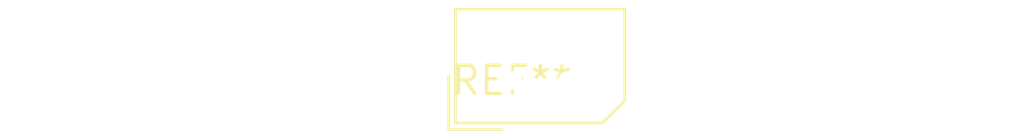
<source format=kicad_pcb>
(kicad_pcb (version 20240108) (generator pcbnew)
  (layers (0 "F.Cu" signal) (31 "B.Cu" signal) (34 "B.Paste" user) (35 "F.Paste" user) (36 "B.SilkS" user "B.Silkscreen") (37 "F.SilkS" user "F.Silkscreen") (38 "B.Mask" user) (39 "F.Mask" user) (44 "Edge.Cuts" user))
  (net 0 "")
  (footprint "Molex_SPOX_5267-02A_1x02_P2.50mm_Vertical" (layer "F.Cu") (at 0 0)
    (property "Reference" "REF**")
    (property "Value" "Molex_SPOX_5267-02A_1x02_P2.50mm_Vertical")
    (fp_line (start -2.86 -0.2) (end -2.86 2.21) (layer "F.SilkS") (stroke (width 0.12)))
    (fp_line (start -2.86 2.21) (end -0.45 2.21) (layer "F.SilkS") (stroke (width 0.12)))
    (fp_line (start -2.56 -3.21) (end -2.56 1.91) (layer "F.SilkS") (stroke (width 0.12)))
    (fp_line (start -2.56 1.91) (end 4.06 1.91) (layer "F.SilkS") (stroke (width 0.12)))
    (fp_line (start 4.06 1.91) (end 5.06 0.91) (layer "F.SilkS") (stroke (width 0.12)))
    (fp_line (start 5.06 -3.21) (end -2.56 -3.21) (layer "F.SilkS") (stroke (width 0.12)))
    (fp_line (start 5.06 0.91) (end 5.06 -3.21) (layer "F.SilkS") (stroke (width 0.12)))
    (pad "1" thru_hole roundrect (at 0 0) (size 1.7 1.85) (drill 0.85) (layers *.Cu *.Mask) (remove_unused_layers) (roundrect_rratio 0.147059))
    (pad "2" thru_hole oval (at 2.5 0) (size 1.7 1.85) (drill 0.85) (layers *.Cu *.Mask) (remove_unused_layers))
  )
)
</source>
